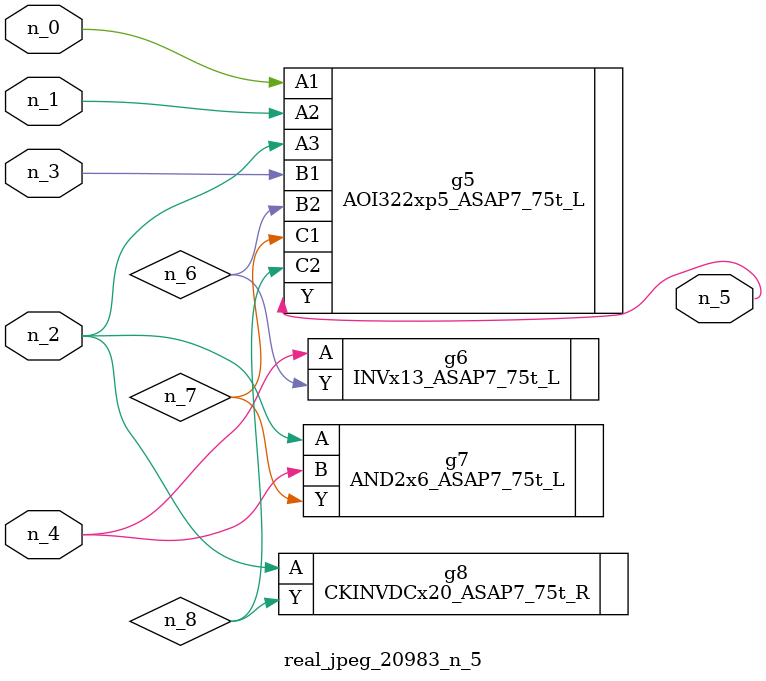
<source format=v>
module real_jpeg_20983_n_5 (n_4, n_0, n_1, n_2, n_3, n_5);

input n_4;
input n_0;
input n_1;
input n_2;
input n_3;

output n_5;

wire n_8;
wire n_6;
wire n_7;

AOI322xp5_ASAP7_75t_L g5 ( 
.A1(n_0),
.A2(n_1),
.A3(n_2),
.B1(n_3),
.B2(n_6),
.C1(n_7),
.C2(n_8),
.Y(n_5)
);

AND2x6_ASAP7_75t_L g7 ( 
.A(n_2),
.B(n_4),
.Y(n_7)
);

CKINVDCx20_ASAP7_75t_R g8 ( 
.A(n_2),
.Y(n_8)
);

INVx13_ASAP7_75t_L g6 ( 
.A(n_4),
.Y(n_6)
);


endmodule
</source>
